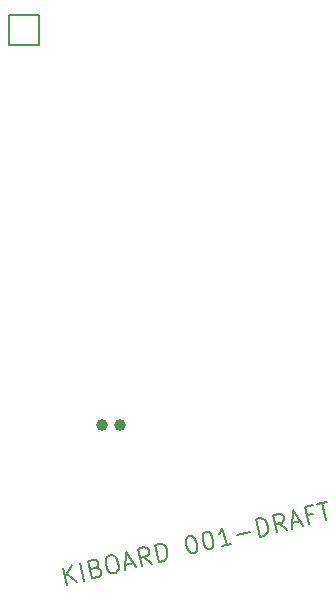
<source format=gbr>
%TF.GenerationSoftware,KiCad,Pcbnew,6.0.6-3a73a75311~116~ubuntu22.04.1*%
%TF.CreationDate,2022-07-26T19:17:06+02:00*%
%TF.ProjectId,kiboard,6b69626f-6172-4642-9e6b-696361645f70,v1.0.0*%
%TF.SameCoordinates,Original*%
%TF.FileFunction,Legend,Top*%
%TF.FilePolarity,Positive*%
%FSLAX46Y46*%
G04 Gerber Fmt 4.6, Leading zero omitted, Abs format (unit mm)*
G04 Created by KiCad (PCBNEW 6.0.6-3a73a75311~116~ubuntu22.04.1) date 2022-07-26 19:17:06*
%MOMM*%
%LPD*%
G01*
G04 APERTURE LIST*
%ADD10C,0.150000*%
%ADD11C,1.000000*%
G04 APERTURE END LIST*
D10*
X-7876932Y-26283236D02*
X-8239815Y-24827793D01*
X-7045250Y-26075874D02*
X-7876373Y-25399714D01*
X-7408133Y-24620431D02*
X-8032453Y-25659475D01*
X-6421489Y-25920353D02*
X-6784371Y-24464910D01*
X-5433354Y-24864216D02*
X-5208153Y-24881682D01*
X-5121566Y-24933709D01*
X-5017699Y-25055042D01*
X-4965859Y-25262963D01*
X-5000605Y-25418857D01*
X-5052632Y-25505444D01*
X-5173966Y-25609311D01*
X-5728420Y-25747552D01*
X-6091303Y-24292108D01*
X-5606155Y-24171147D01*
X-5450261Y-24205894D01*
X-5363674Y-24257921D01*
X-5259807Y-24379254D01*
X-5225247Y-24517868D01*
X-5259994Y-24673762D01*
X-5312020Y-24760349D01*
X-5433354Y-24864216D01*
X-5918502Y-24985177D01*
X-4358632Y-23860105D02*
X-4081405Y-23790984D01*
X-3925511Y-23825731D01*
X-3752337Y-23929784D01*
X-3613910Y-24189732D01*
X-3492949Y-24674879D01*
X-3493135Y-24969387D01*
X-3597188Y-25142561D01*
X-3718522Y-25246428D01*
X-3995749Y-25315549D01*
X-4151643Y-25280802D01*
X-4324817Y-25176749D01*
X-4463244Y-24916801D01*
X-4584205Y-24431653D01*
X-4584019Y-24137146D01*
X-4479966Y-23963972D01*
X-4358632Y-23860105D01*
X-2921214Y-24605945D02*
X-2228146Y-24433144D01*
X-2956147Y-25056347D02*
X-2833882Y-23479942D01*
X-1985851Y-24814425D01*
X-669021Y-24486102D02*
X-1326970Y-23913995D01*
X-1500703Y-24693464D02*
X-1863586Y-23238020D01*
X-1309131Y-23099779D01*
X-1153238Y-23134526D01*
X-1066651Y-23186552D01*
X-962783Y-23307886D01*
X-910943Y-23515806D01*
X-945690Y-23671700D01*
X-997716Y-23758287D01*
X-1119050Y-23862154D01*
X-1673505Y-24000395D01*
X-45260Y-24330581D02*
X-408142Y-22875137D01*
X-61608Y-22788737D01*
X163591Y-22806203D01*
X336765Y-22910256D01*
X440632Y-23031590D01*
X579060Y-23291537D01*
X630900Y-23499458D01*
X630714Y-23793965D01*
X595967Y-23949859D01*
X491914Y-24123033D01*
X301274Y-24244180D01*
X-45260Y-24330581D01*
X2433437Y-22166652D02*
X2572051Y-22132091D01*
X2727944Y-22166838D01*
X2814531Y-22218865D01*
X2918398Y-22340198D01*
X3056826Y-22600145D01*
X3143227Y-22946680D01*
X3143040Y-23241187D01*
X3108294Y-23397081D01*
X3056267Y-23483668D01*
X2934933Y-23587535D01*
X2796320Y-23622095D01*
X2640426Y-23587349D01*
X2553839Y-23535322D01*
X2449972Y-23413988D01*
X2311544Y-23154041D01*
X2225144Y-22807507D01*
X2225330Y-22513000D01*
X2260077Y-22357106D01*
X2312103Y-22270519D01*
X2433437Y-22166652D01*
X3819574Y-21821049D02*
X3958187Y-21786489D01*
X4114081Y-21821235D01*
X4200668Y-21873262D01*
X4304535Y-21994596D01*
X4442963Y-22254543D01*
X4529363Y-22601077D01*
X4529177Y-22895584D01*
X4494430Y-23051478D01*
X4442404Y-23138065D01*
X4321070Y-23241932D01*
X4182457Y-23276493D01*
X4026563Y-23241746D01*
X3939976Y-23189719D01*
X3836109Y-23068386D01*
X3697681Y-22808439D01*
X3611281Y-22461904D01*
X3611467Y-22167397D01*
X3646213Y-22011503D01*
X3698240Y-21924916D01*
X3819574Y-21821049D01*
X6053741Y-22809929D02*
X5222059Y-23017291D01*
X5637900Y-22913610D02*
X5275017Y-21458166D01*
X5188244Y-21700647D01*
X5084191Y-21873821D01*
X4962857Y-21977688D01*
X6539262Y-22099953D02*
X7648171Y-21823471D01*
X8479480Y-22205124D02*
X8116598Y-20749681D01*
X8463132Y-20663280D01*
X8688332Y-20680746D01*
X8861506Y-20784800D01*
X8965373Y-20906133D01*
X9103801Y-21166080D01*
X9155641Y-21374001D01*
X9155455Y-21668508D01*
X9120708Y-21824402D01*
X9016655Y-21997576D01*
X8826015Y-22118723D01*
X8479480Y-22205124D01*
X10766606Y-21634880D02*
X10108657Y-21062772D01*
X9934924Y-21842241D02*
X9572041Y-20386798D01*
X10126496Y-20248557D01*
X10282390Y-20283303D01*
X10368977Y-20335330D01*
X10472844Y-20456663D01*
X10524684Y-20664584D01*
X10489938Y-20820478D01*
X10437911Y-20907065D01*
X10316577Y-21010932D01*
X9762123Y-21149173D01*
X11217380Y-21080798D02*
X11910448Y-20907996D01*
X11182447Y-21531199D02*
X11304712Y-19954794D01*
X12152743Y-21289277D01*
X12932957Y-20284980D02*
X12447809Y-20405941D01*
X12637891Y-21168316D02*
X12275008Y-19712872D01*
X12968076Y-19540071D01*
X13314610Y-19453670D02*
X14146292Y-19246309D01*
X14093334Y-20805433D02*
X13730451Y-19349990D01*
%TO.C,*%
%TO.C,MCU1*%
X-10250000Y21983356D02*
X-12790000Y21983356D01*
X-12790000Y19443356D02*
X-12790000Y21983356D01*
X-10250000Y21983356D02*
X-10250000Y19443356D01*
X-10250000Y19443356D02*
X-12790000Y19443356D01*
%TD*%
D11*
%TO.C,*%
X-4870835Y-12743763D03*
X-3370835Y-12743763D03*
%TD*%
M02*

</source>
